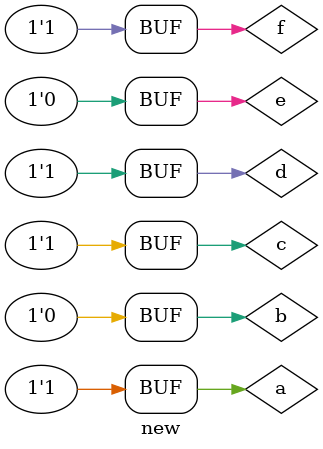
<source format=v>
module new;
reg a,b,c,d,e,f;
initial 
begin
  a=#10 1;
  b=#2 0;
  c=#4 1;
end
initial
begin
  d<=#10 1;
  e<=#2 0;
  f<=#4 1;
end
endmodule
</source>
